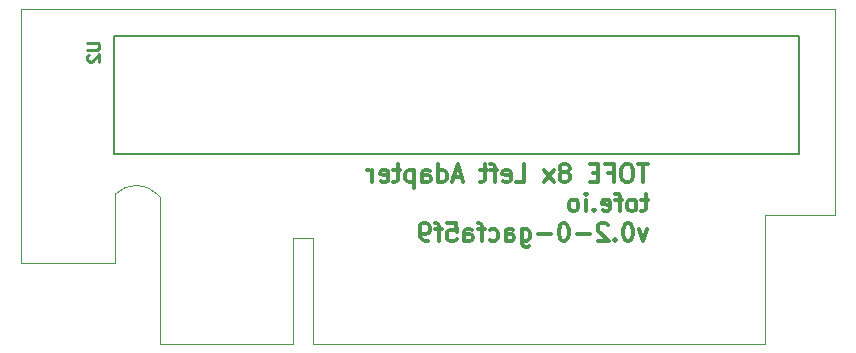
<source format=gbo>
G04 #@! TF.FileFunction,Legend,Bot*
%FSLAX46Y46*%
G04 Gerber Fmt 4.6, Leading zero omitted, Abs format (unit mm)*
G04 Created by KiCad (PCBNEW 4.0.2+e4-6225~38~ubuntu14.04.1-stable) date Mon Aug  1 23:16:18 2016*
%MOMM*%
G01*
G04 APERTURE LIST*
%ADD10C,0.350000*%
%ADD11C,0.300000*%
%ADD12C,0.375000*%
%ADD13C,0.100000*%
%ADD14C,0.150000*%
%ADD15C,0.254000*%
G04 APERTURE END LIST*
D10*
D11*
X215285714Y-178428571D02*
X214928571Y-179428571D01*
X214571429Y-178428571D01*
X213714286Y-177928571D02*
X213571429Y-177928571D01*
X213428572Y-178000000D01*
X213357143Y-178071429D01*
X213285714Y-178214286D01*
X213214286Y-178500000D01*
X213214286Y-178857143D01*
X213285714Y-179142857D01*
X213357143Y-179285714D01*
X213428572Y-179357143D01*
X213571429Y-179428571D01*
X213714286Y-179428571D01*
X213857143Y-179357143D01*
X213928572Y-179285714D01*
X214000000Y-179142857D01*
X214071429Y-178857143D01*
X214071429Y-178500000D01*
X214000000Y-178214286D01*
X213928572Y-178071429D01*
X213857143Y-178000000D01*
X213714286Y-177928571D01*
X212571429Y-179285714D02*
X212500001Y-179357143D01*
X212571429Y-179428571D01*
X212642858Y-179357143D01*
X212571429Y-179285714D01*
X212571429Y-179428571D01*
X211928572Y-178071429D02*
X211857143Y-178000000D01*
X211714286Y-177928571D01*
X211357143Y-177928571D01*
X211214286Y-178000000D01*
X211142857Y-178071429D01*
X211071429Y-178214286D01*
X211071429Y-178357143D01*
X211142857Y-178571429D01*
X212000000Y-179428571D01*
X211071429Y-179428571D01*
X210428572Y-178857143D02*
X209285715Y-178857143D01*
X208285715Y-177928571D02*
X208142858Y-177928571D01*
X208000001Y-178000000D01*
X207928572Y-178071429D01*
X207857143Y-178214286D01*
X207785715Y-178500000D01*
X207785715Y-178857143D01*
X207857143Y-179142857D01*
X207928572Y-179285714D01*
X208000001Y-179357143D01*
X208142858Y-179428571D01*
X208285715Y-179428571D01*
X208428572Y-179357143D01*
X208500001Y-179285714D01*
X208571429Y-179142857D01*
X208642858Y-178857143D01*
X208642858Y-178500000D01*
X208571429Y-178214286D01*
X208500001Y-178071429D01*
X208428572Y-178000000D01*
X208285715Y-177928571D01*
X207142858Y-178857143D02*
X206000001Y-178857143D01*
X204642858Y-178428571D02*
X204642858Y-179642857D01*
X204714287Y-179785714D01*
X204785715Y-179857143D01*
X204928572Y-179928571D01*
X205142858Y-179928571D01*
X205285715Y-179857143D01*
X204642858Y-179357143D02*
X204785715Y-179428571D01*
X205071429Y-179428571D01*
X205214287Y-179357143D01*
X205285715Y-179285714D01*
X205357144Y-179142857D01*
X205357144Y-178714286D01*
X205285715Y-178571429D01*
X205214287Y-178500000D01*
X205071429Y-178428571D01*
X204785715Y-178428571D01*
X204642858Y-178500000D01*
X203285715Y-179428571D02*
X203285715Y-178642857D01*
X203357144Y-178500000D01*
X203500001Y-178428571D01*
X203785715Y-178428571D01*
X203928572Y-178500000D01*
X203285715Y-179357143D02*
X203428572Y-179428571D01*
X203785715Y-179428571D01*
X203928572Y-179357143D01*
X204000001Y-179214286D01*
X204000001Y-179071429D01*
X203928572Y-178928571D01*
X203785715Y-178857143D01*
X203428572Y-178857143D01*
X203285715Y-178785714D01*
X201928572Y-179357143D02*
X202071429Y-179428571D01*
X202357143Y-179428571D01*
X202500001Y-179357143D01*
X202571429Y-179285714D01*
X202642858Y-179142857D01*
X202642858Y-178714286D01*
X202571429Y-178571429D01*
X202500001Y-178500000D01*
X202357143Y-178428571D01*
X202071429Y-178428571D01*
X201928572Y-178500000D01*
X201500001Y-178428571D02*
X200928572Y-178428571D01*
X201285715Y-179428571D02*
X201285715Y-178142857D01*
X201214287Y-178000000D01*
X201071429Y-177928571D01*
X200928572Y-177928571D01*
X199785715Y-179428571D02*
X199785715Y-178642857D01*
X199857144Y-178500000D01*
X200000001Y-178428571D01*
X200285715Y-178428571D01*
X200428572Y-178500000D01*
X199785715Y-179357143D02*
X199928572Y-179428571D01*
X200285715Y-179428571D01*
X200428572Y-179357143D01*
X200500001Y-179214286D01*
X200500001Y-179071429D01*
X200428572Y-178928571D01*
X200285715Y-178857143D01*
X199928572Y-178857143D01*
X199785715Y-178785714D01*
X198357143Y-177928571D02*
X199071429Y-177928571D01*
X199142858Y-178642857D01*
X199071429Y-178571429D01*
X198928572Y-178500000D01*
X198571429Y-178500000D01*
X198428572Y-178571429D01*
X198357143Y-178642857D01*
X198285715Y-178785714D01*
X198285715Y-179142857D01*
X198357143Y-179285714D01*
X198428572Y-179357143D01*
X198571429Y-179428571D01*
X198928572Y-179428571D01*
X199071429Y-179357143D01*
X199142858Y-179285714D01*
X197857144Y-178428571D02*
X197285715Y-178428571D01*
X197642858Y-179428571D02*
X197642858Y-178142857D01*
X197571430Y-178000000D01*
X197428572Y-177928571D01*
X197285715Y-177928571D01*
X196714287Y-179428571D02*
X196428572Y-179428571D01*
X196285715Y-179357143D01*
X196214287Y-179285714D01*
X196071429Y-179071429D01*
X196000001Y-178785714D01*
X196000001Y-178214286D01*
X196071429Y-178071429D01*
X196142858Y-178000000D01*
X196285715Y-177928571D01*
X196571429Y-177928571D01*
X196714287Y-178000000D01*
X196785715Y-178071429D01*
X196857144Y-178214286D01*
X196857144Y-178571429D01*
X196785715Y-178714286D01*
X196714287Y-178785714D01*
X196571429Y-178857143D01*
X196285715Y-178857143D01*
X196142858Y-178785714D01*
X196071429Y-178714286D01*
X196000001Y-178571429D01*
D12*
X215357143Y-172941071D02*
X214500000Y-172941071D01*
X214928571Y-174441071D02*
X214928571Y-172941071D01*
X213714286Y-172941071D02*
X213428572Y-172941071D01*
X213285714Y-173012500D01*
X213142857Y-173155357D01*
X213071429Y-173441071D01*
X213071429Y-173941071D01*
X213142857Y-174226786D01*
X213285714Y-174369643D01*
X213428572Y-174441071D01*
X213714286Y-174441071D01*
X213857143Y-174369643D01*
X214000000Y-174226786D01*
X214071429Y-173941071D01*
X214071429Y-173441071D01*
X214000000Y-173155357D01*
X213857143Y-173012500D01*
X213714286Y-172941071D01*
X211928571Y-173655357D02*
X212428571Y-173655357D01*
X212428571Y-174441071D02*
X212428571Y-172941071D01*
X211714285Y-172941071D01*
X211142857Y-173655357D02*
X210642857Y-173655357D01*
X210428571Y-174441071D02*
X211142857Y-174441071D01*
X211142857Y-172941071D01*
X210428571Y-172941071D01*
X208428571Y-173583929D02*
X208571429Y-173512500D01*
X208642857Y-173441071D01*
X208714286Y-173298214D01*
X208714286Y-173226786D01*
X208642857Y-173083929D01*
X208571429Y-173012500D01*
X208428571Y-172941071D01*
X208142857Y-172941071D01*
X208000000Y-173012500D01*
X207928571Y-173083929D01*
X207857143Y-173226786D01*
X207857143Y-173298214D01*
X207928571Y-173441071D01*
X208000000Y-173512500D01*
X208142857Y-173583929D01*
X208428571Y-173583929D01*
X208571429Y-173655357D01*
X208642857Y-173726786D01*
X208714286Y-173869643D01*
X208714286Y-174155357D01*
X208642857Y-174298214D01*
X208571429Y-174369643D01*
X208428571Y-174441071D01*
X208142857Y-174441071D01*
X208000000Y-174369643D01*
X207928571Y-174298214D01*
X207857143Y-174155357D01*
X207857143Y-173869643D01*
X207928571Y-173726786D01*
X208000000Y-173655357D01*
X208142857Y-173583929D01*
X207357143Y-174441071D02*
X206571429Y-173441071D01*
X207357143Y-173441071D02*
X206571429Y-174441071D01*
X204142857Y-174441071D02*
X204857143Y-174441071D01*
X204857143Y-172941071D01*
X203071429Y-174369643D02*
X203214286Y-174441071D01*
X203500000Y-174441071D01*
X203642857Y-174369643D01*
X203714286Y-174226786D01*
X203714286Y-173655357D01*
X203642857Y-173512500D01*
X203500000Y-173441071D01*
X203214286Y-173441071D01*
X203071429Y-173512500D01*
X203000000Y-173655357D01*
X203000000Y-173798214D01*
X203714286Y-173941071D01*
X202571429Y-173441071D02*
X202000000Y-173441071D01*
X202357143Y-174441071D02*
X202357143Y-173155357D01*
X202285715Y-173012500D01*
X202142857Y-172941071D01*
X202000000Y-172941071D01*
X201714286Y-173441071D02*
X201142857Y-173441071D01*
X201500000Y-172941071D02*
X201500000Y-174226786D01*
X201428572Y-174369643D01*
X201285714Y-174441071D01*
X201142857Y-174441071D01*
X199571429Y-174012500D02*
X198857143Y-174012500D01*
X199714286Y-174441071D02*
X199214286Y-172941071D01*
X198714286Y-174441071D01*
X197571429Y-174441071D02*
X197571429Y-172941071D01*
X197571429Y-174369643D02*
X197714286Y-174441071D01*
X198000000Y-174441071D01*
X198142858Y-174369643D01*
X198214286Y-174298214D01*
X198285715Y-174155357D01*
X198285715Y-173726786D01*
X198214286Y-173583929D01*
X198142858Y-173512500D01*
X198000000Y-173441071D01*
X197714286Y-173441071D01*
X197571429Y-173512500D01*
X196214286Y-174441071D02*
X196214286Y-173655357D01*
X196285715Y-173512500D01*
X196428572Y-173441071D01*
X196714286Y-173441071D01*
X196857143Y-173512500D01*
X196214286Y-174369643D02*
X196357143Y-174441071D01*
X196714286Y-174441071D01*
X196857143Y-174369643D01*
X196928572Y-174226786D01*
X196928572Y-174083929D01*
X196857143Y-173941071D01*
X196714286Y-173869643D01*
X196357143Y-173869643D01*
X196214286Y-173798214D01*
X195500000Y-173441071D02*
X195500000Y-174941071D01*
X195500000Y-173512500D02*
X195357143Y-173441071D01*
X195071429Y-173441071D01*
X194928572Y-173512500D01*
X194857143Y-173583929D01*
X194785714Y-173726786D01*
X194785714Y-174155357D01*
X194857143Y-174298214D01*
X194928572Y-174369643D01*
X195071429Y-174441071D01*
X195357143Y-174441071D01*
X195500000Y-174369643D01*
X194357143Y-173441071D02*
X193785714Y-173441071D01*
X194142857Y-172941071D02*
X194142857Y-174226786D01*
X194071429Y-174369643D01*
X193928571Y-174441071D01*
X193785714Y-174441071D01*
X192714286Y-174369643D02*
X192857143Y-174441071D01*
X193142857Y-174441071D01*
X193285714Y-174369643D01*
X193357143Y-174226786D01*
X193357143Y-173655357D01*
X193285714Y-173512500D01*
X193142857Y-173441071D01*
X192857143Y-173441071D01*
X192714286Y-173512500D01*
X192642857Y-173655357D01*
X192642857Y-173798214D01*
X193357143Y-173941071D01*
X192000000Y-174441071D02*
X192000000Y-173441071D01*
X192000000Y-173726786D02*
X191928572Y-173583929D01*
X191857143Y-173512500D01*
X191714286Y-173441071D01*
X191571429Y-173441071D01*
X215357143Y-175916071D02*
X214785714Y-175916071D01*
X215142857Y-175416071D02*
X215142857Y-176701786D01*
X215071429Y-176844643D01*
X214928571Y-176916071D01*
X214785714Y-176916071D01*
X214071428Y-176916071D02*
X214214286Y-176844643D01*
X214285714Y-176773214D01*
X214357143Y-176630357D01*
X214357143Y-176201786D01*
X214285714Y-176058929D01*
X214214286Y-175987500D01*
X214071428Y-175916071D01*
X213857143Y-175916071D01*
X213714286Y-175987500D01*
X213642857Y-176058929D01*
X213571428Y-176201786D01*
X213571428Y-176630357D01*
X213642857Y-176773214D01*
X213714286Y-176844643D01*
X213857143Y-176916071D01*
X214071428Y-176916071D01*
X213142857Y-175916071D02*
X212571428Y-175916071D01*
X212928571Y-176916071D02*
X212928571Y-175630357D01*
X212857143Y-175487500D01*
X212714285Y-175416071D01*
X212571428Y-175416071D01*
X211500000Y-176844643D02*
X211642857Y-176916071D01*
X211928571Y-176916071D01*
X212071428Y-176844643D01*
X212142857Y-176701786D01*
X212142857Y-176130357D01*
X212071428Y-175987500D01*
X211928571Y-175916071D01*
X211642857Y-175916071D01*
X211500000Y-175987500D01*
X211428571Y-176130357D01*
X211428571Y-176273214D01*
X212142857Y-176416071D01*
X210785714Y-176773214D02*
X210714286Y-176844643D01*
X210785714Y-176916071D01*
X210857143Y-176844643D01*
X210785714Y-176773214D01*
X210785714Y-176916071D01*
X210071428Y-176916071D02*
X210071428Y-175916071D01*
X210071428Y-175416071D02*
X210142857Y-175487500D01*
X210071428Y-175558929D01*
X210000000Y-175487500D01*
X210071428Y-175416071D01*
X210071428Y-175558929D01*
X209142856Y-176916071D02*
X209285714Y-176844643D01*
X209357142Y-176773214D01*
X209428571Y-176630357D01*
X209428571Y-176201786D01*
X209357142Y-176058929D01*
X209285714Y-175987500D01*
X209142856Y-175916071D01*
X208928571Y-175916071D01*
X208785714Y-175987500D01*
X208714285Y-176058929D01*
X208642856Y-176201786D01*
X208642856Y-176630357D01*
X208714285Y-176773214D01*
X208785714Y-176844643D01*
X208928571Y-176916071D01*
X209142856Y-176916071D01*
D13*
X174000000Y-175677360D02*
X173750000Y-175427360D01*
X174000000Y-175720060D02*
X174000000Y-188150000D01*
X185250000Y-179150000D02*
X185250000Y-188150000D01*
X162250000Y-159804100D02*
X162250000Y-181250000D01*
X170225720Y-175488600D02*
X170225720Y-181250000D01*
X170172380Y-181250000D02*
X162250000Y-181250000D01*
X225247200Y-177250000D02*
X231165400Y-177250000D01*
X231162860Y-159804100D02*
X162250000Y-159804100D01*
X231165400Y-177241200D02*
X231165400Y-159806640D01*
X225250000Y-177250000D02*
X225250000Y-177500000D01*
X185250000Y-188150000D02*
X174000000Y-188150000D01*
X187000000Y-179150000D02*
X185250000Y-179150000D01*
X187000000Y-188150000D02*
X187000000Y-179150000D01*
X225250000Y-188150000D02*
X187000000Y-188150000D01*
X225250000Y-177250000D02*
X225250000Y-188150000D01*
X173795515Y-175473408D02*
G75*
G03X170265240Y-175442600I-1780275J-1719192D01*
G01*
D14*
X170156600Y-167055800D02*
X170156600Y-172055800D01*
X170156600Y-172055800D02*
X227156600Y-172055800D01*
X227156600Y-172055800D02*
X228156600Y-172055800D01*
X228156600Y-172055800D02*
X228156600Y-162055800D01*
X228156600Y-162055800D02*
X170156600Y-162055800D01*
X170156600Y-162055800D02*
X170156600Y-167055800D01*
D15*
X167873219Y-162657705D02*
X168695695Y-162657705D01*
X168792457Y-162706086D01*
X168840838Y-162754467D01*
X168889219Y-162851229D01*
X168889219Y-163044752D01*
X168840838Y-163141514D01*
X168792457Y-163189895D01*
X168695695Y-163238276D01*
X167873219Y-163238276D01*
X167969981Y-163673705D02*
X167921600Y-163722086D01*
X167873219Y-163818848D01*
X167873219Y-164060752D01*
X167921600Y-164157514D01*
X167969981Y-164205895D01*
X168066743Y-164254276D01*
X168163505Y-164254276D01*
X168308648Y-164205895D01*
X168889219Y-163625324D01*
X168889219Y-164254276D01*
M02*

</source>
